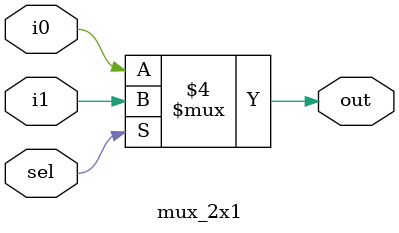
<source format=v>
module mux_2x1(i0,i1,sel,out);
input i0,i1,sel;
output reg out;
always @(*)begin
	if(sel==0)begin
		out=i0;
	end
	else begin
		out=i1;
	end
end
endmodule

</source>
